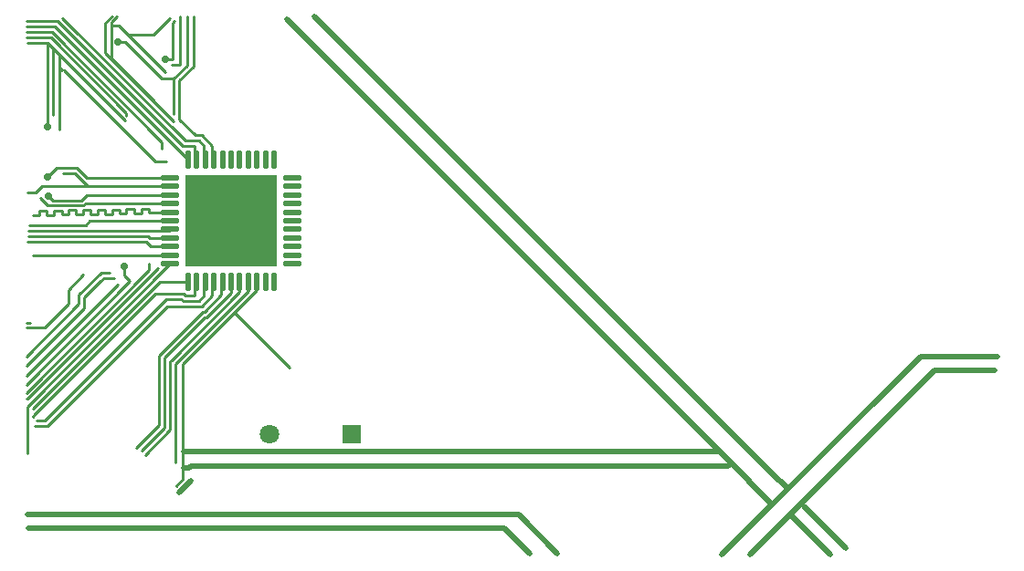
<source format=gtl>
G04 Layer_Physical_Order=1*
G04 Layer_Color=25308*
%FSLAX24Y24*%
%MOIN*%
G70*
G01*
G75*
%ADD10O,0.0217X0.0689*%
%ADD11O,0.0689X0.0217*%
%ADD12C,0.0197*%
%ADD13C,0.0100*%
%ADD14R,0.3339X0.3346*%
%ADD15R,0.0709X0.0709*%
%ADD16C,0.0709*%
%ADD17C,0.0276*%
D10*
X15748Y24272D02*
D03*
X16063D02*
D03*
X16378D02*
D03*
X16693D02*
D03*
X17008D02*
D03*
X17323D02*
D03*
X17638D02*
D03*
X17953D02*
D03*
X18268D02*
D03*
X18583D02*
D03*
X18898D02*
D03*
Y19823D02*
D03*
X18583D02*
D03*
X18268D02*
D03*
X17953D02*
D03*
X17638D02*
D03*
X17323D02*
D03*
X17008D02*
D03*
X16693D02*
D03*
X16378D02*
D03*
X16063D02*
D03*
X15748D02*
D03*
D11*
X19547Y23622D02*
D03*
Y23307D02*
D03*
Y22992D02*
D03*
Y22677D02*
D03*
Y22362D02*
D03*
Y22047D02*
D03*
Y21732D02*
D03*
Y21417D02*
D03*
Y21102D02*
D03*
Y20787D02*
D03*
Y20472D02*
D03*
X15098D02*
D03*
Y20787D02*
D03*
Y21102D02*
D03*
Y21417D02*
D03*
Y21732D02*
D03*
Y22047D02*
D03*
Y22362D02*
D03*
Y22677D02*
D03*
Y22992D02*
D03*
Y23307D02*
D03*
Y23622D02*
D03*
D12*
X35468Y13067D02*
X35591Y13189D01*
X15854Y13067D02*
X35468D01*
X15791Y13004D02*
X15854Y13067D01*
X15575Y13004D02*
X15791D01*
X15583Y13606D02*
X35102D01*
X9878Y11311D02*
X27819D01*
X9937Y10803D02*
X27299D01*
X36260Y9843D02*
X42992Y16575D01*
X45197D01*
X35236Y9843D02*
X42480Y17087D01*
X45276D01*
X20354Y29528D02*
X37323Y12559D01*
X15418Y12114D02*
X15863Y12559D01*
X19370Y29409D02*
X35591Y13189D01*
X27819Y11311D02*
X29217Y9890D01*
X27299Y10803D02*
X28228Y9882D01*
X38228Y11614D02*
X39764Y10079D01*
X37717Y11299D02*
X37795D01*
X37717D02*
X39173Y9843D01*
X36181Y12559D02*
X37047Y11693D01*
X37323Y12559D02*
X37362D01*
X37638Y12283D01*
X35591Y13189D02*
X36260Y12520D01*
D13*
X15315Y12362D02*
X15551Y12598D01*
Y16798D01*
X18268Y19515D01*
Y19823D01*
X15285Y13219D02*
Y14724D01*
Y16824D01*
X17953Y19491D01*
Y19823D01*
X14180Y13497D02*
X15085Y14401D01*
Y16906D01*
X15140Y16961D01*
X17638Y19459D01*
Y19823D01*
X14059Y13658D02*
X14885Y14484D01*
Y17043D01*
X16370Y18528D01*
X16424D01*
X17323Y19427D01*
Y19823D01*
X13858Y13740D02*
X14685Y14567D01*
Y17126D01*
X16287Y18728D01*
X16341D01*
X16951Y19338D01*
Y19766D01*
X17008Y19823D01*
X9843Y18307D02*
X10000D01*
X11378Y19528D02*
X11929Y20079D01*
X11378Y19016D02*
Y19528D01*
X10512Y18150D02*
X11378Y19016D01*
X9843Y18150D02*
X10512D01*
X10142Y14549D02*
X10622D01*
X15002Y18928D01*
X16258D01*
X16636Y19306D01*
Y19823D01*
X16693D01*
X10224Y14749D02*
X10539D01*
X14963Y19173D01*
X15514D01*
X15558Y19128D01*
X16144D01*
X16321Y19306D01*
Y19766D01*
X16378Y19823D01*
X10082Y14890D02*
X10165Y14973D01*
X14564Y19373D01*
X15597D01*
X15641Y19328D01*
X16006D01*
Y19766D01*
X16063Y19823D01*
X10082Y15173D02*
X14732Y19823D01*
X15748D01*
X10101Y20787D02*
X10381D01*
X14428D01*
X15098D01*
X9882Y21290D02*
X11299D01*
X14209D01*
X14396Y21102D01*
X15098D01*
X11936Y22598D02*
X12015Y22677D01*
X10617Y22598D02*
X11936D01*
X10381Y22834D02*
X10617Y22598D01*
X10079Y22244D02*
X10315D01*
Y22398D01*
X10591D01*
Y22244D02*
Y22398D01*
Y22244D02*
X10866D01*
Y22398D01*
X11142D01*
Y22283D02*
Y22398D01*
Y22283D02*
X11378D01*
Y22438D01*
X11654D01*
Y22283D02*
Y22438D01*
Y22283D02*
X11929D01*
Y22438D01*
X12205D01*
Y22323D02*
Y22438D01*
X11850Y22795D02*
X12047Y22992D01*
X10827Y22795D02*
X11850D01*
X10669Y22953D02*
X10827Y22795D01*
X12594Y20161D02*
X12874D01*
X11768Y19335D02*
X12594Y20161D01*
X11768Y19013D02*
Y19335D01*
X9843Y17087D02*
X11768Y19013D01*
X12677Y19961D02*
X13071D01*
X12559Y19843D02*
X12677Y19961D01*
X11968Y19252D02*
X12559Y19843D01*
X11968Y18858D02*
Y19252D01*
X9843Y16732D02*
X11968Y18858D01*
X9843Y16378D02*
X13189Y19724D01*
X13425Y20039D02*
Y20394D01*
Y20039D02*
X13622Y19843D01*
X9843Y16063D02*
X13622Y19843D01*
X14331Y20236D02*
Y20472D01*
Y20236D02*
Y20236D01*
X9843Y15748D02*
X14331Y20236D01*
X11089Y16746D02*
X14656Y20313D01*
X9894Y15551D02*
X11089Y16746D01*
X9843Y15551D02*
X9894D01*
X9882Y13543D02*
Y15256D01*
X15098Y20472D01*
X9921Y21490D02*
X10039D01*
X14291D01*
X14364Y21417D01*
X15098D01*
X9921Y21690D02*
X15098D01*
Y21732D01*
X9961Y21890D02*
X12012D01*
X12169Y22047D01*
X15098D01*
X13268Y22323D02*
Y22438D01*
X12992D02*
X13268D01*
X12992Y22283D02*
Y22438D01*
X12717Y22283D02*
X12992D01*
X12717D02*
Y22438D01*
X12441D02*
X12717D01*
X12441Y22283D02*
Y22438D01*
X12205Y22283D02*
X12441D01*
X13268Y22323D02*
X13504D01*
Y22477D01*
X13780D01*
Y22323D02*
Y22477D01*
Y22323D02*
X14055D01*
Y22477D01*
X14331D01*
Y22362D02*
Y22477D01*
Y22362D02*
X15098D01*
X10344Y22871D02*
X10381Y22834D01*
X12015Y22677D02*
X15098D01*
X15200Y29287D02*
X15258Y29345D01*
X15200Y27956D02*
Y29287D01*
X14924Y27956D02*
X15200D01*
X14921Y27953D02*
X14924Y27956D01*
X15458Y27756D02*
Y29503D01*
X15157Y27756D02*
X15458D01*
X14488Y28858D02*
X15079Y29449D01*
X13543Y28858D02*
X14488D01*
X13224Y29177D02*
X14921Y27480D01*
X12976Y29177D02*
X13224D01*
X13453Y28594D02*
X14799Y27248D01*
X15233D01*
Y25950D02*
Y27248D01*
X15709Y27724D01*
Y29528D01*
X15945Y27677D02*
Y29528D01*
X15433Y27165D02*
X15945Y27677D01*
X15433Y25748D02*
Y27165D01*
Y25748D02*
X16015Y25166D01*
X16258D01*
X16636Y24788D01*
Y24328D02*
Y24788D01*
Y24328D02*
X16693Y24272D01*
X11043Y27677D02*
X11161Y27559D01*
X14567Y24213D02*
X14961D01*
X11220Y27559D02*
X14567Y24213D01*
X10630Y25472D02*
Y28543D01*
X11043Y25374D02*
Y28130D01*
X10827Y25906D02*
Y28268D01*
X11155Y29462D02*
X15651Y24966D01*
X16144D01*
X16321Y24788D01*
Y24328D02*
Y24788D01*
Y24328D02*
X16378Y24272D01*
X10630Y28543D02*
X13465Y25709D01*
X9882Y28543D02*
X10630D01*
X13504Y25866D02*
Y25984D01*
X10748Y28740D02*
X13504Y25984D01*
X9843Y28740D02*
X10748D01*
X14803Y24685D02*
Y24921D01*
X10787Y28937D02*
X14803Y24921D01*
X9843Y28937D02*
X10787D01*
X10433Y23307D02*
X11339D01*
X10197Y23071D02*
X10433Y23307D01*
X9882Y23071D02*
X10197D01*
X11339Y23307D02*
X11417D01*
X12079D01*
X12047Y22992D02*
X15098D01*
X11181Y23776D02*
X11610D01*
X12079Y23307D01*
X15098D01*
X10630Y23661D02*
X10945Y23976D01*
X11693D01*
X12047Y23622D01*
X15098D01*
X9843Y29334D02*
X11001D01*
X11043Y29291D01*
X13490Y26844D01*
X15569Y24766D01*
X16006D01*
Y24328D02*
Y24766D01*
Y24328D02*
X16063Y24272D01*
X9843Y29134D02*
X10886D01*
X15748Y24272D01*
X17447Y18694D02*
X19449Y16693D01*
X12736Y28164D02*
X15233Y25667D01*
X12736Y28164D02*
Y29272D01*
X12992Y29528D01*
X12949Y27996D02*
X14528Y26417D01*
X12949Y27996D02*
Y29327D01*
X13150Y29528D01*
X13193Y28594D02*
X13453D01*
D14*
X17331Y22051D02*
D03*
D15*
X21709Y14256D02*
D03*
D16*
X18709D02*
D03*
D17*
X13425Y20394D02*
D03*
X14921Y27953D02*
D03*
X10630Y25472D02*
D03*
X10630Y23661D02*
D03*
X10669Y22953D02*
D03*
X13193Y28594D02*
D03*
M02*

</source>
